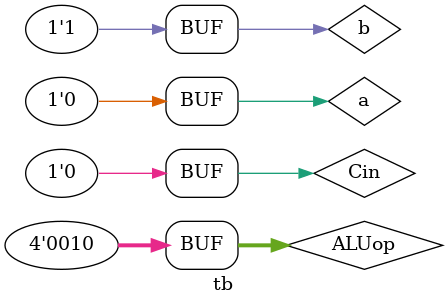
<source format=v>
module tb
();

reg a, b, Cin;
reg [3:0]ALUop;
wire CarryOut, Result;

ALU a0(
  .a(a),
  .b(b),
  .Cin(Cin),
  .ALUop(ALUop),
  .Result(Result),
  .CarryOut(CarryOut)
  );
  
initial
begin
  a = 1'b0;
  b = 1'b1;
  Cin = 1'b0;
  ALUop = 4'b0010;
end
endmodule
</source>
